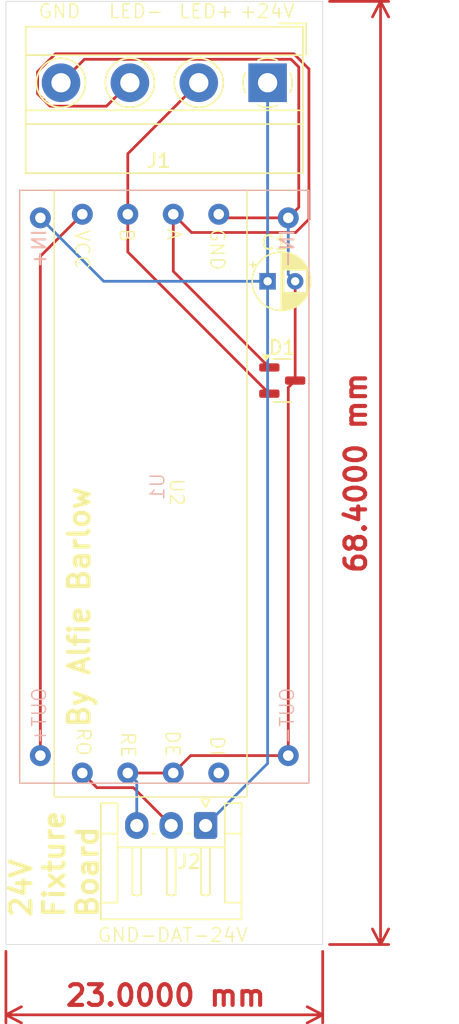
<source format=kicad_pcb>
(kicad_pcb (version 20240108) (generator "pcbnew") (generator_version "8.0")
  (layers (0 "F.Cu" signal) (31 "B.Cu" signal) (34 "B.Paste" user) (35 "F.Paste" user) (36 "B.SilkS" user "B.Silkscreen") (37 "F.SilkS" user "F.Silkscreen") (38 "B.Mask" user) (39 "F.Mask" user) (44 "Edge.Cuts" user))
  (net 0 "")
  (net 1 "GND")
  (net 2 "+24V")
  (net 3 "LED+")
  (net 4 "LED-")
  (net 5 "LED")
  (net 6 "+5V")
  (footprint "TerminalBlock_MetzConnect:TerminalBlock_MetzConnect_Type011_RT05504HBWC_1x04_P5.00mm_Horizontal" (layer "F.Cu") (at 158 54.5 180)
    (property "Reference" "J1" (at 7.9 -5.65 0) (layer "F.SilkS"))
    (property "Value" "LED_IN")
    (fp_line (start 17.561 -6.56) (end 17.561 4.06) (stroke (width 0.12)) (layer "F.SilkS"))
    (fp_line (start 16.35 -1.133) (end 16.301 -1.083) (stroke (width 0.12)) (layer "F.SilkS"))
    (fp_line (start 16.133 -1.35) (end 16.108 -1.326) (stroke (width 0.12)) (layer "F.SilkS"))
    (fp_line (start 13.892 1.325) (end 13.868 1.35) (stroke (width 0.12)) (layer "F.SilkS"))
    (fp_line (start 13.7 1.083) (end 13.65 1.133) (stroke (width 0.12)) (layer "F.SilkS"))
    (fp_line (start 11.35 -1.133) (end 11.301 -1.083) (stroke (width 0.12)) (layer "F.SilkS"))
    (fp_line (start 11.133 -1.35) (end 11.108 -1.326) (stroke (width 0.12)) (layer "F.SilkS"))
    (fp_line (start 8.892 1.325) (end 8.868 1.35) (stroke (width 0.12)) (layer "F.SilkS"))
    (fp_line (start 8.7 1.083) (end 8.65 1.133) (stroke (width 0.12)) (layer "F.SilkS"))
    (fp_line (start 6.35 -1.133) (end 6.301 -1.083) (stroke (width 0.12)) (layer "F.SilkS"))
    (fp_line (start 6.133 -1.35) (end 6.108 -1.326) (stroke (width 0.12)) (layer "F.SilkS"))
    (fp_line (start 3.892 1.325) (end 3.868 1.35) (stroke (width 0.12)) (layer "F.SilkS"))
    (fp_line (start 3.7 1.083) (end 3.65 1.133) (stroke (width 0.12)) (layer "F.SilkS"))
    (fp_line (start -2.56 4.06) (end 17.561 4.06) (stroke (width 0.12)) (layer "F.SilkS"))
    (fp_line (start -2.56 2) (end 17.561 2) (stroke (width 0.12)) (layer "F.SilkS"))
    (fp_line (start -2.56 -2) (end 17.561 -2) (stroke (width 0.12)) (layer "F.SilkS"))
    (fp_line (start -2.56 -3) (end 17.561 -3) (stroke (width 0.12)) (layer "F.SilkS"))
    (fp_line (start -2.56 -6.56) (end 17.561 -6.56) (stroke (width 0.12)) (layer "F.SilkS"))
    (fp_line (start -2.56 -6.56) (end -2.56 4.06) (stroke (width 0.12)) (layer "F.SilkS"))
    (fp_line (start -2.8 4.3) (end -0.8 4.3) (stroke (width 0.12)) (layer "F.SilkS"))
    (fp_line (start -2.8 2.06) (end -2.8 4.3) (stroke (width 0.12)) (layer "F.SilkS"))
    (fp_arc (start 1.639206 -0.695516) (mid 1.780657 0.000263) (end 1.639 0.696) (stroke (width 0.12)) (layer "F.SilkS"))
    (fp_arc (start 0.695501 1.638499) (mid 0.354875 1.744266) (end 0 1.78) (stroke (width 0.12)) (layer "F.SilkS"))
    (fp_arc (start 0.030814 1.78039) (mid -0.340023 1.747891) (end -0.696 1.639) (stroke (width 0.12)) (layer "F.SilkS"))
    (fp_arc (start -0.695516 -1.639206) (mid 0.000263 -1.780657) (end 0.696 -1.639) (stroke (width 0.12)) (layer "F.SilkS"))
    (fp_arc (start -1.639206 0.695516) (mid -1.780657 -0.000263) (end -1.639 -0.696) (stroke (width 0.12)) (layer "F.SilkS"))
    (fp_circle (center 15 0) (end 16.78 0) (stroke (width 0.12)) (fill none) (layer "F.SilkS"))
    (fp_circle (center 10 0) (end 11.78 0) (stroke (width 0.12)) (fill none) (layer "F.SilkS"))
    (fp_circle (center 5 0) (end 6.78 0) (stroke (width 0.12)) (fill none) (layer "F.SilkS"))
    (pad "1" thru_hole rect (at 0 0 180) (size 2.8 2.8) (drill 1.4) (layers "*.Cu" "*.Mask") (net 2 "+24V"))
    (pad "2" thru_hole circle (at 5 0 180) (size 2.8 2.8) (drill 1.4) (layers "*.Cu" "*.Mask") (net 3 "LED+"))
    (pad "3" thru_hole circle (at 10 0 180) (size 2.8 2.8) (drill 1.4) (layers "*.Cu" "*.Mask") (net 4 "LED-"))
    (pad "4" thru_hole circle (at 15 0 180) (size 2.8 2.8) (drill 1.4) (layers "*.Cu" "*.Mask") (net 1 "GND"))
  )
  (footprint "Capacitor_THT:CP_Radial_D4.0mm_P2.00mm" (layer "F.Cu") (at 158 68.9)
    (property "Reference" "C1" (at 0.5 -2.8 0) (layer "F.SilkS"))
    (property "Value" "1μF")
    (fp_line (start -1.269801 -1.195) (end -0.869801 -1.195) (stroke (width 0.12)) (layer "F.SilkS"))
    (fp_line (start -1.069801 -1.395) (end -1.069801 -0.995) (stroke (width 0.12)) (layer "F.SilkS"))
    (fp_line (start 1 -2.08) (end 1 2.08) (stroke (width 0.12)) (layer "F.SilkS"))
    (fp_line (start 1.04 -2.08) (end 1.04 2.08) (stroke (width 0.12)) (layer "F.SilkS"))
    (fp_line (start 1.08 -2.079) (end 1.08 2.079) (stroke (width 0.12)) (layer "F.SilkS"))
    (fp_line (start 1.12 -2.077) (end 1.12 2.077) (stroke (width 0.12)) (layer "F.SilkS"))
    (fp_line (start 1.16 -2.074) (end 1.16 2.074) (stroke (width 0.12)) (layer "F.SilkS"))
    (fp_line (start 1.2 -2.071) (end 1.2 -0.84) (stroke (width 0.12)) (layer "F.SilkS"))
    (fp_line (start 1.2 0.84) (end 1.2 2.071) (stroke (width 0.12)) (layer "F.SilkS"))
    (fp_line (start 1.24 -2.067) (end 1.24 -0.84) (stroke (width 0.12)) (layer "F.SilkS"))
    (fp_line (start 1.24 0.84) (end 1.24 2.067) (stroke (width 0.12)) (layer "F.SilkS"))
    (fp_line (start 1.28 -2.062) (end 1.28 -0.84) (stroke (width 0.12)) (layer "F.SilkS"))
    (fp_line (start 1.28 0.84) (end 1.28 2.062) (stroke (width 0.12)) (layer "F.SilkS"))
    (fp_line (start 1.32 -2.056) (end 1.32 -0.84) (stroke (width 0.12)) (layer "F.SilkS"))
    (fp_line (start 1.32 0.84) (end 1.32 2.056) (stroke (width 0.12)) (layer "F.SilkS"))
    (fp_line (start 1.36 -2.05) (end 1.36 -0.84) (stroke (width 0.12)) (layer "F.SilkS"))
    (fp_line (start 1.36 0.84) (end 1.36 2.05) (stroke (width 0.12)) (layer "F.SilkS"))
    (fp_line (start 1.4 -2.042) (end 1.4 -0.84) (stroke (width 0.12)) (layer "F.SilkS"))
    (fp_line (start 1.4 0.84) (end 1.4 2.042) (stroke (width 0.12)) (layer "F.SilkS"))
    (fp_line (start 1.44 -2.034) (end 1.44 -0.84) (stroke (width 0.12)) (layer "F.SilkS"))
    (fp_line (start 1.44 0.84) (end 1.44 2.034) (stroke (width 0.12)) (layer "F.SilkS"))
    (fp_line (start 1.48 -2.025) (end 1.48 -0.84) (stroke (width 0.12)) (layer "F.SilkS"))
    (fp_line (start 1.48 0.84) (end 1.48 2.025) (stroke (width 0.12)) (layer "F.SilkS"))
    (fp_line (start 1.52 -2.016) (end 1.52 -0.84) (stroke (width 0.12)) (layer "F.SilkS"))
    (fp_line (start 1.52 0.84) (end 1.52 2.016) (stroke (width 0.12)) (layer "F.SilkS"))
    (fp_line (start 1.56 -2.005) (end 1.56 -0.84) (stroke (width 0.12)) (layer "F.SilkS"))
    (fp_line (start 1.56 0.84) (end 1.56 2.005) (stroke (width 0.12)) (layer "F.SilkS"))
    (fp_line (start 1.6 -1.994) (end 1.6 -0.84) (stroke (width 0.12)) (layer "F.SilkS"))
    (fp_line (start 1.6 0.84) (end 1.6 1.994) (stroke (width 0.12)) (layer "F.SilkS"))
    (fp_line (start 1.64 -1.982) (end 1.64 -0.84) (stroke (width 0.12)) (layer "F.SilkS"))
    (fp_line (start 1.64 0.84) (end 1.64 1.982) (stroke (width 0.12)) (layer "F.SilkS"))
    (fp_line (start 1.68 -1.968) (end 1.68 -0.84) (stroke (width 0.12)) (layer "F.SilkS"))
    (fp_line (start 1.68 0.84) (end 1.68 1.968) (stroke (width 0.12)) (layer "F.SilkS"))
    (fp_line (start 1.721 -1.954) (end 1.721 -0.84) (stroke (width 0.12)) (layer "F.SilkS"))
    (fp_line (start 1.721 0.84) (end 1.721 1.954) (stroke (width 0.12)) (layer "F.SilkS"))
    (fp_line (start 1.761 -1.94) (end 1.761 -0.84) (stroke (width 0.12)) (layer "F.SilkS"))
    (fp_line (start 1.761 0.84) (end 1.761 1.94) (stroke (width 0.12)) (layer "F.SilkS"))
    (fp_line (start 1.801 -1.924) (end 1.801 -0.84) (stroke (width 0.12)) (layer "F.SilkS"))
    (fp_line (start 1.801 0.84) (end 1.801 1.924) (stroke (width 0.12)) (layer "F.SilkS"))
    (fp_line (start 1.841 -1.907) (end 1.841 -0.84) (stroke (width 0.12)) (layer "F.SilkS"))
    (fp_line (start 1.841 0.84) (end 1.841 1.907) (stroke (width 0.12)) (layer "F.SilkS"))
    (fp_line (start 1.881 -1.889) (end 1.881 -0.84) (stroke (width 0.12)) (layer "F.SilkS"))
    (fp_line (start 1.881 0.84) (end 1.881 1.889) (stroke (width 0.12)) (layer "F.SilkS"))
    (fp_line (start 1.921 -1.87) (end 1.921 -0.84) (stroke (width 0.12)) (layer "F.SilkS"))
    (fp_line (start 1.921 0.84) (end 1.921 1.87) (stroke (width 0.12)) (layer "F.SilkS"))
    (fp_line (start 1.961 -1.851) (end 1.961 -0.84) (stroke (width 0.12)) (layer "F.SilkS"))
    (fp_line (start 1.961 0.84) (end 1.961 1.851) (stroke (width 0.12)) (layer "F.SilkS"))
    (fp_line (start 2.001 -1.83) (end 2.001 -0.84) (stroke (width 0.12)) (layer "F.SilkS"))
    (fp_line (start 2.001 0.84) (end 2.001 1.83) (stroke (width 0.12)) (layer "F.SilkS"))
    (fp_line (start 2.041 -1.808) (end 2.041 -0.84) (stroke (width 0.12)) (layer "F.SilkS"))
    (fp_line (start 2.041 0.84) (end 2.041 1.808) (stroke (width 0.12)) (layer "F.SilkS"))
    (fp_line (start 2.081 -1.785) (end 2.081 -0.84) (stroke (width 0.12)) (layer "F.SilkS"))
    (fp_line (start 2.081 0.84) (end 2.081 1.785) (stroke (width 0.12)) (layer "F.SilkS"))
    (fp_line (start 2.121 -1.76) (end 2.121 -0.84) (stroke (width 0.12)) (layer "F.SilkS"))
    (fp_line (start 2.121 0.84) (end 2.121 1.76) (stroke (width 0.12)) (layer "F.SilkS"))
    (fp_line (start 2.161 -1.735) (end 2.161 -0.84) (stroke (width 0.12)) (layer "F.SilkS"))
    (fp_line (start 2.161 0.84) (end 2.161 1.735) (stroke (width 0.12)) (layer "F.SilkS"))
    (fp_line (start 2.201 -1.708) (end 2.201 -0.84) (stroke (width 0.12)) (layer "F.SilkS"))
    (fp_line (start 2.201 0.84) (end 2.201 1.708) (stroke (width 0.12)) (layer "F.SilkS"))
    (fp_line (start 2.241 -1.68) (end 2.241 -0.84) (stroke (width 0.12)) (layer "F.SilkS"))
    (fp_line (start 2.241 0.84) (end 2.241 1.68) (stroke (width 0.12)) (layer "F.SilkS"))
    (fp_line (start 2.281 -1.65) (end 2.281 -0.84) (stroke (width 0.12)) (layer "F.SilkS"))
    (fp_line (start 2.281 0.84) (end 2.281 1.65) (stroke (width 0.12)) (layer "F.SilkS"))
    (fp_line (start 2.321 -1.619) (end 2.321 -0.84) (stroke (width 0.12)) (layer "F.SilkS"))
    (fp_line (start 2.321 0.84) (end 2.321 1.619) (stroke (width 0.12)) (layer "F.SilkS"))
    (fp_line (start 2.361 -1.587) (end 2.361 -0.84) (stroke (width 0.12)) (layer "F.SilkS"))
    (fp_line (start 2.361 0.84) (end 2.361 1.587) (stroke (width 0.12)) (layer "F.SilkS"))
    (fp_line (start 2.401 -1.552) (end 2.401 -0.84) (stroke (width 0.12)) (layer "F.SilkS"))
    (fp_line (start 2.401 0.84) (end 2.401 1.552) (stroke (width 0.12)) (layer "F.SilkS"))
    (fp_line (start 2.441 -1.516) (end 2.441 -0.84) (stroke (width 0.12)) (layer "F.SilkS"))
    (fp_line (start 2.441 0.84) (end 2.441 1.516) (stroke (width 0.12)) (layer "F.SilkS"))
    (fp_line (start 2.481 -1.478) (end 2.481 -0.84) (stroke (width 0.12)) (layer "F.SilkS"))
    (fp_line (start 2.481 0.84) (end 2.481 1.478) (stroke (width 0.12)) (layer "F.SilkS"))
    (fp_line (start 2.521 -1.438) (end 2.521 -0.84) (stroke (width 0.12)) (layer "F.SilkS"))
    (fp_line (start 2.521 0.84) (end 2.521 1.438) (stroke (width 0.12)) (layer "F.SilkS"))
    (fp_line (start 2.561 -1.396) (end 2.561 -0.84) (stroke (width 0.12)) (layer "F.SilkS"))
    (fp_line (start 2.561 0.84) (end 2.561 1.396) (stroke (width 0.12)) (layer "F.SilkS"))
    (fp_line (start 2.601 -1.351) (end 2.601 -0.84) (stroke (width 0.12)) (layer "F.SilkS"))
    (fp_line (start 2.601 0.84) (end 2.601 1.351) (stroke (width 0.12)) (layer "F.SilkS"))
    (fp_line (start 2.641 -1.304) (end 2.641 -0.84) (stroke (width 0.12)) (layer "F.SilkS"))
    (fp_line (start 2.641 0.84) (end 2.641 1.304) (stroke (width 0.12)) (layer "F.SilkS"))
    (fp_line (start 2.681 -1.254) (end 2.681 -0.84) (stroke (width 0.12)) (layer "F.SilkS"))
    (fp_line (start 2.681 0.84) (end 2.681 1.254) (stroke (width 0.12)) (layer "F.SilkS"))
    (fp_line (start 2.721 -1.2) (end 2.721 -0.84) (stroke (width 0.12)) (layer "F.SilkS"))
    (fp_line (start 2.721 0.84) (end 2.721 1.2) (stroke (width 0.12)) (layer "F.SilkS"))
    (fp_line (start 2.761 -1.142) (end 2.761 -0.84) (stroke (width 0.12)) (layer "F.SilkS"))
    (fp_line (start 2.761 0.84) (end 2.761 1.142) (stroke (width 0.12)) (layer "F.SilkS"))
    (fp_line (start 2.801 -1.08) (end 2.801 -0.84) (stroke (width 0.12)) (layer "F.SilkS"))
    (fp_line (start 2.801 0.84) (end 2.801 1.08) (stroke (width 0.12)) (layer "F.SilkS"))
    (fp_line (start 2.841 -1.013) (end 2.841 1.013) (stroke (width 0.12)) (layer "F.SilkS"))
    (fp_line (start 2.881 -0.94) (end 2.881 0.94) (stroke (width 0.12)) (layer "F.SilkS"))
    (fp_line (start 2.921 -0.859) (end 2.921 0.859) (stroke (width 0.12)) (layer "F.SilkS"))
    (fp_line (start 2.961 -0.768) (end 2.961 0.768) (stroke (width 0.12)) (layer "F.SilkS"))
    (fp_line (start 3.001 -0.664) (end 3.001 0.664) (stroke (width 0.12)) (layer "F.SilkS"))
    (fp_line (start 3.041 -0.537) (end 3.041 0.537) (stroke (width 0.12)) (layer "F.SilkS"))
    (fp_line (start 3.081 -0.37) (end 3.081 0.37) (stroke (width 0.12)) (layer "F.SilkS"))
    (fp_circle (center 1 0) (end 3.12 0) (stroke (width 0.12)) (fill none) (layer "F.SilkS"))
    (pad "1" thru_hole rect (at 0 0) (size 1.2 1.2) (drill 0.6) (layers "*.Cu" "*.Mask") (net 2 "+24V"))
    (pad "2" thru_hole circle (at 2 0) (size 1.2 1.2) (drill 0.6) (layers "*.Cu" "*.Mask") (net 1 "GND"))
  )
  (footprint "Package_TO_SOT_SMD:SOT-23" (layer "F.Cu") (at 159.0625 76.1)
    (property "Reference" "D1" (at 0 -2.4 0) (layer "F.SilkS"))
    (property "Value" "NUP2105L" (hide yes))
    (fp_line (start 0 -1.56) (end -0.65 -1.56) (stroke (width 0.12)) (layer "F.SilkS"))
    (fp_line (start 0 -1.56) (end 0.65 -1.56) (stroke (width 0.12)) (layer "F.SilkS"))
    (fp_line (start 0 1.56) (end -0.65 1.56) (stroke (width 0.12)) (layer "F.SilkS"))
    (fp_line (start 0 1.56) (end 0.65 1.56) (stroke (width 0.12)) (layer "F.SilkS"))
    (fp_poly (pts (xy -1.1625 -1.51) (xy -1.4025 -1.84) (xy -0.9225 -1.84) (xy -1.1625 -1.51)) (stroke (width 0.12)) (fill solid) (layer "F.SilkS"))
    (pad "1" smd roundrect (at -0.9375 -0.95) (size 1.475 0.6) (layers "F.Cu" "F.Paste" "F.Mask") (net 4 "LED-"))
    (pad "2" smd roundrect (at -0.9375 0.95) (size 1.475 0.6) (layers "F.Cu" "F.Paste" "F.Mask") (net 3 "LED+"))
    (pad "3" smd roundrect (at 0.9375 0) (size 1.475 0.6) (layers "F.Cu" "F.Paste" "F.Mask") (net 1 "GND"))
  )
  (footprint "Connector_JST:JST_EH_S3B-EH_1x03_P2.50mm_Horizontal" (layer "F.Cu") (at 153.5 108.3675 180)
    (property "Reference" "J2" (at 1.2 -2.6325 0) (layer "F.SilkS"))
    (property "Value" "Conn_01x03")
    (fp_line (start 7.61 1.61) (end 6.39 1.61) (stroke (width 0.12)) (layer "F.SilkS"))
    (fp_line (start 7.61 -5.59) (end 6.39 -5.59) (stroke (width 0.12)) (layer "F.SilkS"))
    (fp_line (start 7.61 -6.81) (end 7.61 1.61) (stroke (width 0.12)) (layer "F.SilkS"))
    (fp_line (start 6.39 1.61) (end 6.39 -0.59) (stroke (width 0.12)) (layer "F.SilkS"))
    (fp_line (start 6.39 -0.59) (end 7.61 -0.59) (stroke (width 0.12)) (layer "F.SilkS"))
    (fp_line (start 6.39 -5.59) (end 6.39 -0.59) (stroke (width 0.12)) (layer "F.SilkS"))
    (fp_line (start 5.32 -1.59) (end 5 -1.59) (stroke (width 0.12)) (layer "F.SilkS"))
    (fp_line (start 5.32 -5.01) (end 5.32 -1.59) (stroke (width 0.12)) (layer "F.SilkS"))
    (fp_line (start 5 -1.59) (end 4.68 -1.59) (stroke (width 0.12)) (layer "F.SilkS"))
    (fp_line (start 5 -5.09) (end 5.32 -5.01) (stroke (width 0.12)) (layer "F.SilkS"))
    (fp_line (start 4.68 -1.59) (end 4.68 -5.01) (stroke (width 0.12)) (layer "F.SilkS"))
    (fp_line (start 4.68 -5.01) (end 5 -5.09) (stroke (width 0.12)) (layer "F.SilkS"))
    (fp_line (start 3.67 -0.59) (end 3.83 -0.59) (stroke (width 0.12)) (layer "F.SilkS"))
    (fp_line (start 2.82 -1.59) (end 2.5 -1.59) (stroke (width 0.12)) (layer "F.SilkS"))
    (fp_line (start 2.82 -5.01) (end 2.82 -1.59) (stroke (width 0.12)) (layer "F.SilkS"))
    (fp_line (start 2.5 -1.59) (end 2.18 -1.59) (stroke (width 0.12)) (layer "F.SilkS"))
    (fp_line (start 2.5 -5.09) (end 2.82 -5.01) (stroke (width 0.12)) (layer "F.SilkS"))
    (fp_line (start 2.18 -1.59) (end 2.18 -5.01) (stroke (width 0.12)) (layer "F.SilkS"))
    (fp_line (start 2.18 -5.01) (end 2.5 -5.09) (stroke (width 0.12)) (layer "F.SilkS"))
    (fp_line (start 1.17 -0.59) (end 1.33 -0.59) (stroke (width 0.12)) (layer "F.SilkS"))
    (fp_line (start 0.32 -1.59) (end 0 -1.59) (stroke (width 0.12)) (layer "F.SilkS"))
    (fp_line (start 0.32 -5.01) (end 0.32 -1.59) (stroke (width 0.12)) (layer "F.SilkS"))
    (fp_line (start 0.3 1.9) (end 0 1.3) (stroke (width 0.12)) (layer "F.SilkS"))
    (fp_line (start 0 1.3) (end -0.3 1.9) (stroke (width 0.12)) (layer "F.SilkS"))
    (fp_line (start 0 -1.59) (end -0.32 -1.59) (stroke (width 0.12)) (layer "F.SilkS"))
    (fp_line (start 0 -5.09) (end 0.32 -5.01) (stroke (width 0.12)) (layer "F.SilkS"))
    (fp_line (start -0.3 1.9) (end 0.3 1.9) (stroke (width 0.12)) (layer "F.SilkS"))
    (fp_line (start -0.32 -1.59) (end -0.32 -5.01) (stroke (width 0.12)) (layer "F.SilkS"))
    (fp_line (start -0.32 -5.01) (end 0 -5.09) (stroke (width 0.12)) (layer "F.SilkS"))
    (fp_line (start -1.39 1.61) (end -2.61 1.61) (stroke (width 0.12)) (layer "F.SilkS"))
    (fp_line (start -1.39 -0.59) (end -1.39 1.61) (stroke (width 0.12)) (layer "F.SilkS"))
    (fp_line (start -1.39 -0.59) (end -2.61 -0.59) (stroke (width 0.12)) (layer "F.SilkS"))
    (fp_line (start -1.39 -1.59) (end 6.39 -1.59) (stroke (width 0.12)) (layer "F.SilkS"))
    (fp_line (start -1.39 -5.59) (end -1.39 -0.59) (stroke (width 0.12)) (layer "F.SilkS"))
    (fp_line (start -2.61 1.61) (end -2.61 -6.81) (stroke (width 0.12)) (layer "F.SilkS"))
    (fp_line (start -2.61 -5.59) (end -1.39 -5.59) (stroke (width 0.12)) (layer "F.SilkS"))
    (fp_line (start -2.61 -6.81) (end 7.61 -6.81) (stroke (width 0.12)) (layer "F.SilkS"))
    (pad "1" thru_hole roundrect (at 0 0 180) (size 1.7 1.95) (drill 0.95) (layers "*.Cu" "*.Mask") (roundrect_rratio 0.147059) (net 2 "+24V"))
    (pad "2" thru_hole oval (at 2.5 0 180) (size 1.7 1.95) (drill 0.95) (layers "*.Cu" "*.Mask") (net 5 "LED"))
    (pad "3" thru_hole oval (at 5 0 180) (size 1.7 1.95) (drill 0.95) (layers "*.Cu" "*.Mask") (net 1 "GND"))
  )
  (footprint "Max485:Max485" (layer "F.Cu") (at 149 84.2 -90)
    (property "Reference" "U2" (at 0 -2.4 -90) (layer "F.SilkS") (effects (font (thickness 0.1))))
    (property "Value" "~")
    (fp_rect (start -21.9 -7.5) (end 22.1 6.5) (stroke (width 0.1)) (fill none) (layer "F.SilkS"))
    (fp_text user "RE" (at 17.3 1.719 -90) (layer "F.SilkS") (effects (font (thickness 0.1)) (justify left bottom)))
    (fp_text user "VCC" (at -19.1 5.053 -90) (layer "F.SilkS") (effects (font (thickness 0.1)) (justify left bottom)))
    (fp_text user "B" (at -19.2 1.815 -90) (layer "F.SilkS") (effects (font (thickness 0.1)) (justify left bottom)))
    (fp_text user "DI" (at 17.6 -4.757 -90) (layer "F.SilkS") (effects (font (thickness 0.1)) (justify left bottom)))
    (fp_text user "DE" (at 17.2 -1.519 -90) (layer "F.SilkS") (effects (font (thickness 0.1)) (justify left bottom)))
    (fp_text user "A" (at -19.2 -1.623 -90) (layer "F.SilkS") (effects (font (thickness 0.1)) (justify left bottom)))
    (fp_text user "GND" (at -19.2 -4.761 -90) (layer "F.SilkS") (effects (font (thickness 0.1)) (justify left bottom)))
    (fp_text user "RO" (at 17 4.957 -90) (layer "F.SilkS") (effects (font (thickness 0.1)) (justify left bottom)))
    (pad "1" thru_hole circle (at 20.362 4.453) (size 1.524 1.524) (drill 0.762) (layers "*.Cu" "*.Mask") (net 5 "LED"))
    (pad "2" thru_hole circle (at 20.362 1.151) (size 1.524 1.524) (drill 0.762) (layers "*.Cu" "*.Mask") (net 1 "GND"))
    (pad "3" thru_hole circle (at 20.362 -2.151) (size 1.524 1.524) (drill 0.762) (layers "*.Cu" "*.Mask") (net 1 "GND"))
    (pad "4" thru_hole circle (at 20.362 -5.453) (size 1.524 1.524) (drill 0.762) (layers "*.Cu" "*.Mask"))
    (pad "5" thru_hole circle (at -20.162 -5.453) (size 1.524 1.524) (drill 0.762) (layers "*.Cu" "*.Mask") (net 1 "GND"))
    (pad "6" thru_hole circle (at -20.162 -2.151) (size 1.524 1.524) (drill 0.762) (layers "*.Cu" "*.Mask") (net 4 "LED-"))
    (pad "7" thru_hole circle (at -20.162 1.151) (size 1.524 1.524) (drill 0.762) (layers "*.Cu" "*.Mask") (net 3 "LED+"))
    (pad "8" thru_hole circle (at -20.162 4.453) (size 1.524 1.524) (drill 0.762) (layers "*.Cu" "*.Mask") (net 6 "+5V"))
  )
  (footprint "LM2596S-Buck-Module:LM2596S-Buck-Module" (layer "B.Cu") (at 150.5 83.8 -90)
    (property "Reference" "U1" (at 0 0.5 90) (layer "B.SilkS") (effects (font (thickness 0.1)) (justify mirror)))
    (property "Value" "~")
    (fp_rect (start -21.5 10.5) (end 21.5 -10.5) (stroke (width 0.1)) (fill none) (layer "B.SilkS"))
    (fp_text user "IN+" (at -18.75 8.5 90) (layer "B.SilkS") (effects (justify left bottom mirror)))
    (fp_text user "OUT-" (at 14.5 -9.5 90) (layer "B.SilkS") (effects (font (thickness 0.1)) (justify left bottom mirror)))
    (fp_text user "IN-" (at -18.75 -9.5 90) (layer "B.SilkS") (effects (justify left bottom mirror)))
    (fp_text user "OUT+" (at 14.5 8.5 90) (layer "B.SilkS") (effects (font (thickness 0.1)) (justify left bottom mirror)))
    (pad "1" thru_hole circle (at -19.5 9 270) (size 1.524 1.524) (drill 0.762) (layers "*.Cu" "*.Mask") (net 2 "+24V"))
    (pad "2" thru_hole circle (at -19.5 -9 270) (size 1.524 1.524) (drill 0.762) (layers "*.Cu" "*.Mask") (net 1 "GND"))
    (pad "3" thru_hole circle (at 19.5 -9 270) (size 1.524 1.524) (drill 0.762) (layers "*.Cu" "*.Mask") (net 1 "GND"))
    (pad "4" thru_hole circle (at 19.5 9 270) (size 1.524 1.524) (drill 0.762) (layers "*.Cu" "*.Mask") (net 6 "+5V"))
  )
  (gr_rect (start 139 48.6) (end 162 117) (stroke (width 0.05)) (fill none) (layer "Edge.Cuts"))
  (gr_text "LED-" (at 146.4 49.9 0) (layer "F.SilkS") (effects (font (size 1 1) (thickness 0.1)) (justify left bottom)))
  (gr_text "GND" (at 141.3 49.9 0) (layer "F.SilkS") (effects (font (size 1 1) (thickness 0.1)) (justify left bottom)))
  (gr_text "24V\nFixture\nBoard" (at 145.8 115.1775 90) (layer "F.SilkS") (effects (font (size 1.5 1.5) (thickness 0.3) (bold yes)) (justify left bottom)))
  (gr_text "+24V" (at 155.9 49.9 0) (layer "F.SilkS") (effects (font (size 1 1) (thickness 0.1)) (justify left bottom)))
  (gr_text "LED+" (at 151.5 49.9 0) (layer "F.SilkS") (effects (font (size 1 1) (thickness 0.1)) (justify left bottom)))
  (gr_text "GND-DAT-24V\n" (at 145.6 116.9 0) (layer "F.SilkS") (effects (font (size 1 1) (thickness 0.1)) (justify left bottom)))
  (gr_text "By Alfie Barlow" (at 145.2 101.4 90) (layer "F.SilkS") (effects (font (size 1.5 1.5) (thickness 0.3) (bold yes)) (justify left bottom)))
  (dimension (type aligned) (layer "F.Cu") (pts (xy 162 117) (xy 162 48.6)) (height 4.2) (gr_text "68.4000 mm" (at 164.4 82.8 90) (layer "F.Cu") (effects (font (size 1.5 1.5) (thickness 0.3)))) (format (prefix "") (suffix "") (units 3) (units_format 1) (precision 4)) (style (thickness 0.2) (arrow_length 1.27) (text_position_mode 0) (extension_height 0.58642) (extension_offset 0.5) keep_text_aligned))
  (dimension (type aligned) (layer "F.Cu") (pts (xy 162 117) (xy 139 117)) (height -5.1) (gr_text "23.0000 mm" (at 150.6 120.7 0) (layer "F.Cu") (effects (font (size 1.5 1.5) (thickness 0.3)))) (format (prefix "") (suffix "") (units 3) (units_format 1) (precision 4)) (style (thickness 0.2) (arrow_length 1.27) (text_position_mode 2) (extension_height 0.58642) (extension_offset 0.5) keep_text_aligned))
  (segment (start 160 68.9) (end 160 76.1) (width 0.2) (layer "F.Cu") (net 1))
  (segment (start 159.5 64.3) (end 160.261999 63.538001) (width 0.2) (layer "F.Cu") (net 1))
  (segment (start 144.7 52.8) (end 143 54.5) (width 0.2) (layer "F.Cu") (net 1))
  (segment (start 152.413 103.3) (end 159.5 103.3) (width 0.2) (layer "F.Cu") (net 1))
  (segment (start 159.5 76.6) (end 159.5 103.3) (width 0.2) (layer "F.Cu") (net 1))
  (segment (start 160 76.1) (end 159.5 76.6) (width 0.2) (layer "F.Cu") (net 1))
  (segment (start 159.7 52.8) (end 144.7 52.8) (width 0.2) (layer "F.Cu") (net 1))
  (segment (start 159.5 64.3) (end 154.715 64.3) (width 0.2) (layer "F.Cu") (net 1))
  (segment (start 160.261999 63.538001) (end 160.261999 53.361999) (width 0.2) (layer "F.Cu") (net 1))
  (segment (start 160.261999 53.361999) (end 159.7 52.8) (width 0.2) (layer "F.Cu") (net 1))
  (segment (start 154.715 64.3) (end 154.453 64.038) (width 0.2) (layer "F.Cu") (net 1))
  (segment (start 147.849 104.562) (end 151.151 104.562) (width 0.2) (layer "F.Cu") (net 1))
  (segment (start 151.151 104.562) (end 152.413 103.3) (width 0.2) (layer "F.Cu") (net 1))
  (segment (start 148.5 108.3675) (end 148.5 105.213) (width 0.2) (layer "B.Cu") (net 1))
  (segment (start 159.5 68.4) (end 160 68.9) (width 0.2) (layer "B.Cu") (net 1))
  (segment (start 159.5 64.3) (end 159.5 68.4) (width 0.2) (layer "B.Cu") (net 1))
  (segment (start 148.5 105.213) (end 147.849 104.562) (width 0.2) (layer "B.Cu") (net 1))
  (segment (start 158 68.9) (end 146.1 68.9) (width 0.2) (layer "B.Cu") (net 2))
  (segment (start 158 54.5) (end 158 68.9) (width 0.2) (layer "B.Cu") (net 2))
  (segment (start 158 103.8675) (end 153.5 108.3675) (width 0.2) (layer "B.Cu") (net 2))
  (segment (start 158 54.5) (end 158 103.8675) (width 0.2) (layer "B.Cu") (net 2))
  (segment (start 146.1 68.9) (end 141.5 64.3) (width 0.2) (layer "B.Cu") (net 2))
  (segment (start 147.849 66.774) (end 147.849 64.038) (width 0.2) (layer "F.Cu") (net 3))
  (segment (start 158.125 77.05) (end 147.849 66.774) (width 0.2) (layer "F.Cu") (net 3))
  (segment (start 147.849 64.038) (end 147.849 59.651) (width 0.2) (layer "F.Cu") (net 3))
  (segment (start 147.849 59.651) (end 153 54.5) (width 0.2) (layer "F.Cu") (net 3))
  (segment (start 161 64.4) (end 161 53.5) (width 0.2) (layer "F.Cu") (net 4))
  (segment (start 142.6 52.4) (end 141.3 53.7) (width 0.2) (layer "F.Cu") (net 4))
  (segment (start 142.2 56.2) (end 146.3 56.2) (width 0.2) (layer "F.Cu") (net 4))
  (segment (start 141.3 53.7) (end 141.3 55.3) (width 0.2) (layer "F.Cu") (net 4))
  (segment (start 158.125 75.15) (end 151.151 68.176) (width 0.2) (layer "F.Cu") (net 4))
  (segment (start 161 53.5) (end 159.9 52.4) (width 0.2) (layer "F.Cu") (net 4))
  (segment (start 141.3 55.3) (end 142.2 56.2) (width 0.2) (layer "F.Cu") (net 4))
  (segment (start 151.151 68.176) (end 151.151 64.038) (width 0.2) (layer "F.Cu") (net 4))
  (segment (start 159.9 52.4) (end 142.6 52.4) (width 0.2) (layer "F.Cu") (net 4))
  (segment (start 151.151 64.038) (end 152.475 65.362) (width 0.2) (layer "F.Cu") (net 4))
  (segment (start 146.3 56.2) (end 148 54.5) (width 0.2) (layer "F.Cu") (net 4))
  (segment (start 152.475 65.362) (end 160.038 65.362) (width 0.2) (layer "F.Cu") (net 4))
  (segment (start 160.038 65.362) (end 161 64.4) (width 0.2) (layer "F.Cu") (net 4))
  (segment (start 148.2565 105.624) (end 151 108.3675) (width 0.2) (layer "F.Cu") (net 5))
  (segment (start 145.609 105.624) (end 148.2565 105.624) (width 0.2) (layer "F.Cu") (net 5))
  (segment (start 144.547 104.562) (end 145.609 105.624) (width 0.2) (layer "F.Cu") (net 5))
  (segment (start 141.5 103.3) (end 141.5 67.085) (width 0.2) (layer "F.Cu") (net 6))
  (segment (start 141.5 67.085) (end 144.547 64.038) (width 0.2) (layer "F.Cu") (net 6))
)
</source>
